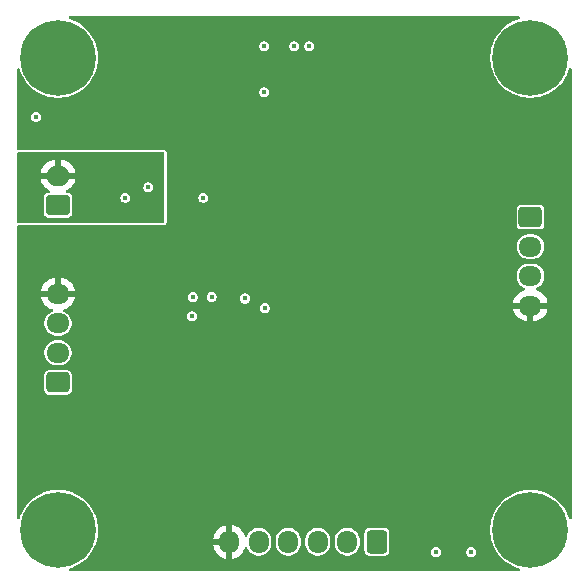
<source format=gbr>
%TF.GenerationSoftware,KiCad,Pcbnew,9.0.7*%
%TF.CreationDate,2026-02-11T09:42:11+01:00*%
%TF.ProjectId,3DN_td_kicad,33444e5f-7464-45f6-9b69-6361642e6b69,1.0*%
%TF.SameCoordinates,Original*%
%TF.FileFunction,Copper,L3,Inr*%
%TF.FilePolarity,Positive*%
%FSLAX46Y46*%
G04 Gerber Fmt 4.6, Leading zero omitted, Abs format (unit mm)*
G04 Created by KiCad (PCBNEW 9.0.7) date 2026-02-11 09:42:11*
%MOMM*%
%LPD*%
G01*
G04 APERTURE LIST*
G04 Aperture macros list*
%AMRoundRect*
0 Rectangle with rounded corners*
0 $1 Rounding radius*
0 $2 $3 $4 $5 $6 $7 $8 $9 X,Y pos of 4 corners*
0 Add a 4 corners polygon primitive as box body*
4,1,4,$2,$3,$4,$5,$6,$7,$8,$9,$2,$3,0*
0 Add four circle primitives for the rounded corners*
1,1,$1+$1,$2,$3*
1,1,$1+$1,$4,$5*
1,1,$1+$1,$6,$7*
1,1,$1+$1,$8,$9*
0 Add four rect primitives between the rounded corners*
20,1,$1+$1,$2,$3,$4,$5,0*
20,1,$1+$1,$4,$5,$6,$7,0*
20,1,$1+$1,$6,$7,$8,$9,0*
20,1,$1+$1,$8,$9,$2,$3,0*%
G04 Aperture macros list end*
%TA.AperFunction,ComponentPad*%
%ADD10RoundRect,0.250000X0.750000X-0.600000X0.750000X0.600000X-0.750000X0.600000X-0.750000X-0.600000X0*%
%TD*%
%TA.AperFunction,ComponentPad*%
%ADD11O,2.000000X1.700000*%
%TD*%
%TA.AperFunction,ComponentPad*%
%ADD12RoundRect,0.250000X-0.725000X0.600000X-0.725000X-0.600000X0.725000X-0.600000X0.725000X0.600000X0*%
%TD*%
%TA.AperFunction,ComponentPad*%
%ADD13O,1.950000X1.700000*%
%TD*%
%TA.AperFunction,ComponentPad*%
%ADD14RoundRect,0.250000X0.600000X0.725000X-0.600000X0.725000X-0.600000X-0.725000X0.600000X-0.725000X0*%
%TD*%
%TA.AperFunction,ComponentPad*%
%ADD15O,1.700000X1.950000*%
%TD*%
%TA.AperFunction,ComponentPad*%
%ADD16RoundRect,0.250000X0.725000X-0.600000X0.725000X0.600000X-0.725000X0.600000X-0.725000X-0.600000X0*%
%TD*%
%TA.AperFunction,ComponentPad*%
%ADD17C,0.800000*%
%TD*%
%TA.AperFunction,ComponentPad*%
%ADD18C,6.400000*%
%TD*%
%TA.AperFunction,ViaPad*%
%ADD19C,0.450000*%
%TD*%
G04 APERTURE END LIST*
D10*
%TO.N,GND*%
%TO.C,J5*%
X100000000Y-112500000D03*
D11*
%TO.N,+5V*%
X100000000Y-110000000D03*
%TD*%
D12*
%TO.N,GND*%
%TO.C,J4*%
X140000000Y-113500000D03*
D13*
%TO.N,/I2C2_SDA*%
X140000000Y-116000000D03*
%TO.N,/I2C2_SCL*%
X140000000Y-118500000D03*
%TO.N,+3.3V*%
X140000000Y-121000000D03*
%TD*%
D14*
%TO.N,GND*%
%TO.C,J3*%
X127000000Y-141000000D03*
D15*
%TO.N,/SPI1_MOSI*%
X124500000Y-141000000D03*
%TO.N,/SPI1_MISO*%
X122000000Y-141000000D03*
%TO.N,/SPI1_SCK*%
X119500000Y-141000000D03*
%TO.N,/SPI1_NSS*%
X117000000Y-141000000D03*
%TO.N,+3.3V*%
X114500000Y-141000000D03*
%TD*%
D16*
%TO.N,GND*%
%TO.C,J2*%
X100000000Y-127500000D03*
D13*
%TO.N,/ADC_IN1*%
X100000000Y-125000000D03*
%TO.N,/ADC_IN0*%
X100000000Y-122500000D03*
%TO.N,+3.3V*%
X100000000Y-120000000D03*
%TD*%
D17*
%TO.N,GND*%
%TO.C,H4*%
X137600000Y-140000000D03*
X138302944Y-138302944D03*
X138302944Y-141697056D03*
X140000000Y-137600000D03*
D18*
X140000000Y-140000000D03*
D17*
X140000000Y-142400000D03*
X141697056Y-138302944D03*
X141697056Y-141697056D03*
X142400000Y-140000000D03*
%TD*%
%TO.N,GND*%
%TO.C,H3*%
X97600000Y-140000000D03*
X98302944Y-138302944D03*
X98302944Y-141697056D03*
X100000000Y-137600000D03*
D18*
X100000000Y-140000000D03*
D17*
X100000000Y-142400000D03*
X101697056Y-138302944D03*
X101697056Y-141697056D03*
X102400000Y-140000000D03*
%TD*%
%TO.N,GND*%
%TO.C,H2*%
X137600000Y-100000000D03*
X138302944Y-98302944D03*
X138302944Y-101697056D03*
X140000000Y-97600000D03*
D18*
X140000000Y-100000000D03*
D17*
X140000000Y-102400000D03*
X141697056Y-98302944D03*
X141697056Y-101697056D03*
X142400000Y-100000000D03*
%TD*%
%TO.N,GND*%
%TO.C,H1*%
X97600000Y-100000000D03*
X98302944Y-98302944D03*
X98302944Y-101697056D03*
X100000000Y-97600000D03*
D18*
X100000000Y-100000000D03*
D17*
X100000000Y-102400000D03*
X101697056Y-98302944D03*
X101697056Y-101697056D03*
X102400000Y-100000000D03*
%TD*%
D19*
%TO.N,/nRST*%
X117460000Y-102950000D03*
X117500000Y-121200000D03*
%TO.N,GND*%
X135000000Y-141875000D03*
X132000000Y-141875000D03*
X111337500Y-121900000D03*
X113000000Y-120262500D03*
X111400000Y-120262500D03*
%TO.N,+3.3V*%
X111400000Y-118537500D03*
X113000000Y-118537500D03*
%TO.N,GND*%
X115825000Y-120400000D03*
%TO.N,+3.3V*%
X115825000Y-119600000D03*
X131000000Y-114187500D03*
X131000000Y-120312500D03*
X122540000Y-99050000D03*
%TO.N,GND*%
X117460000Y-99050000D03*
X121270000Y-99050000D03*
X120000000Y-99050000D03*
X98125000Y-105000000D03*
%TO.N,+3.3V*%
X103912500Y-105000000D03*
%TO.N,GND*%
X112300000Y-111862500D03*
%TO.N,+3.3V*%
X112300000Y-110137500D03*
X110350000Y-110050000D03*
%TO.N,+5V*%
X105700000Y-110137500D03*
%TO.N,GND*%
X105700000Y-111862500D03*
X107650000Y-111000000D03*
%TO.N,+5V*%
X107650000Y-111950000D03*
X107650000Y-110050000D03*
%TD*%
%TA.AperFunction,Conductor*%
%TO.N,+3.3V*%
G36*
X139053042Y-96520185D02*
G01*
X139098797Y-96572989D01*
X139108741Y-96642147D01*
X139079716Y-96705703D01*
X139021999Y-96743160D01*
X138952049Y-96764378D01*
X138853022Y-96794418D01*
X138544343Y-96922278D01*
X138544338Y-96922280D01*
X138249696Y-97079769D01*
X138249678Y-97079780D01*
X137971890Y-97265393D01*
X137971876Y-97265403D01*
X137713604Y-97477361D01*
X137477361Y-97713604D01*
X137265403Y-97971876D01*
X137265393Y-97971890D01*
X137079780Y-98249678D01*
X137079769Y-98249696D01*
X136922280Y-98544338D01*
X136922278Y-98544343D01*
X136794418Y-98853022D01*
X136697428Y-99172758D01*
X136697425Y-99172769D01*
X136632250Y-99500434D01*
X136632247Y-99500451D01*
X136599500Y-99832947D01*
X136599500Y-100167052D01*
X136632247Y-100499548D01*
X136632250Y-100499565D01*
X136697425Y-100827230D01*
X136697428Y-100827241D01*
X136794418Y-101146977D01*
X136922278Y-101455656D01*
X136922280Y-101455661D01*
X137079769Y-101750303D01*
X137079780Y-101750321D01*
X137265393Y-102028109D01*
X137265403Y-102028123D01*
X137477361Y-102286395D01*
X137713604Y-102522638D01*
X137713609Y-102522642D01*
X137713610Y-102522643D01*
X137971882Y-102734601D01*
X138249685Y-102920224D01*
X138249694Y-102920229D01*
X138249696Y-102920230D01*
X138544338Y-103077719D01*
X138544340Y-103077719D01*
X138544346Y-103077723D01*
X138853024Y-103205582D01*
X139172749Y-103302569D01*
X139172755Y-103302570D01*
X139172758Y-103302571D01*
X139172769Y-103302574D01*
X139378243Y-103343444D01*
X139500441Y-103367751D01*
X139832944Y-103400500D01*
X139832947Y-103400500D01*
X140167053Y-103400500D01*
X140167056Y-103400500D01*
X140499559Y-103367751D01*
X140661757Y-103335487D01*
X140827230Y-103302574D01*
X140827241Y-103302571D01*
X140827241Y-103302570D01*
X140827251Y-103302569D01*
X141146976Y-103205582D01*
X141455654Y-103077723D01*
X141750315Y-102920224D01*
X142028118Y-102734601D01*
X142286390Y-102522643D01*
X142522643Y-102286390D01*
X142734601Y-102028118D01*
X142920224Y-101750315D01*
X143077723Y-101455654D01*
X143205582Y-101146976D01*
X143256840Y-100977998D01*
X143295137Y-100919562D01*
X143358949Y-100891106D01*
X143428016Y-100901666D01*
X143480409Y-100947890D01*
X143499500Y-101013996D01*
X143499500Y-138986003D01*
X143479815Y-139053042D01*
X143427011Y-139098797D01*
X143357853Y-139108741D01*
X143294297Y-139079716D01*
X143256839Y-139021998D01*
X143245920Y-138986003D01*
X143205582Y-138853024D01*
X143077723Y-138544346D01*
X142920224Y-138249685D01*
X142734601Y-137971882D01*
X142522643Y-137713610D01*
X142522642Y-137713609D01*
X142522638Y-137713604D01*
X142286395Y-137477361D01*
X142028123Y-137265403D01*
X142028122Y-137265402D01*
X142028118Y-137265399D01*
X141750315Y-137079776D01*
X141750310Y-137079773D01*
X141750303Y-137079769D01*
X141455661Y-136922280D01*
X141455656Y-136922278D01*
X141146977Y-136794418D01*
X140827241Y-136697428D01*
X140827230Y-136697425D01*
X140499565Y-136632250D01*
X140499548Y-136632247D01*
X140248108Y-136607483D01*
X140167056Y-136599500D01*
X139832944Y-136599500D01*
X139757982Y-136606883D01*
X139500451Y-136632247D01*
X139500434Y-136632250D01*
X139172769Y-136697425D01*
X139172758Y-136697428D01*
X138853022Y-136794418D01*
X138544343Y-136922278D01*
X138544338Y-136922280D01*
X138249696Y-137079769D01*
X138249678Y-137079780D01*
X137971890Y-137265393D01*
X137971876Y-137265403D01*
X137713604Y-137477361D01*
X137477361Y-137713604D01*
X137265403Y-137971876D01*
X137265393Y-137971890D01*
X137079780Y-138249678D01*
X137079769Y-138249696D01*
X136922280Y-138544338D01*
X136922278Y-138544343D01*
X136794418Y-138853022D01*
X136697428Y-139172758D01*
X136697425Y-139172769D01*
X136632250Y-139500434D01*
X136632247Y-139500451D01*
X136610587Y-139720379D01*
X136599500Y-139832944D01*
X136599500Y-140167056D01*
X136604787Y-140220734D01*
X136632247Y-140499548D01*
X136632250Y-140499565D01*
X136697425Y-140827230D01*
X136697428Y-140827241D01*
X136794418Y-141146977D01*
X136922278Y-141455656D01*
X136922280Y-141455661D01*
X137079769Y-141750303D01*
X137079780Y-141750321D01*
X137265393Y-142028109D01*
X137265403Y-142028123D01*
X137477361Y-142286395D01*
X137713604Y-142522638D01*
X137713609Y-142522642D01*
X137713610Y-142522643D01*
X137971882Y-142734601D01*
X138249685Y-142920224D01*
X138249694Y-142920229D01*
X138249696Y-142920230D01*
X138544338Y-143077719D01*
X138544340Y-143077719D01*
X138544346Y-143077723D01*
X138853024Y-143205582D01*
X139021999Y-143256839D01*
X139080437Y-143295137D01*
X139108893Y-143358949D01*
X139098333Y-143428016D01*
X139052109Y-143480409D01*
X138986003Y-143499500D01*
X101013997Y-143499500D01*
X100946958Y-143479815D01*
X100901203Y-143427011D01*
X100891259Y-143357853D01*
X100920284Y-143294297D01*
X100978000Y-143256839D01*
X101146976Y-143205582D01*
X101455654Y-143077723D01*
X101750315Y-142920224D01*
X102028118Y-142734601D01*
X102286390Y-142522643D01*
X102522643Y-142286390D01*
X102734601Y-142028118D01*
X102920224Y-141750315D01*
X103077723Y-141455654D01*
X103205582Y-141146976D01*
X103302569Y-140827251D01*
X103302573Y-140827233D01*
X103315376Y-140762871D01*
X103315376Y-140762870D01*
X103317936Y-140750000D01*
X113152970Y-140750000D01*
X114095854Y-140750000D01*
X114057370Y-140816657D01*
X114025000Y-140937465D01*
X114025000Y-141062535D01*
X114057370Y-141183343D01*
X114095854Y-141250000D01*
X113152970Y-141250000D01*
X113183242Y-141441127D01*
X113183242Y-141441130D01*
X113248904Y-141643217D01*
X113345379Y-141832557D01*
X113470272Y-142004459D01*
X113470276Y-142004464D01*
X113620535Y-142154723D01*
X113620540Y-142154727D01*
X113792442Y-142279620D01*
X113981782Y-142376095D01*
X114183871Y-142441757D01*
X114250000Y-142452231D01*
X114250000Y-141404145D01*
X114316657Y-141442630D01*
X114437465Y-141475000D01*
X114562535Y-141475000D01*
X114683343Y-141442630D01*
X114750000Y-141404145D01*
X114750000Y-142452230D01*
X114816126Y-142441757D01*
X114816129Y-142441757D01*
X115018217Y-142376095D01*
X115207557Y-142279620D01*
X115379459Y-142154727D01*
X115379464Y-142154723D01*
X115529723Y-142004464D01*
X115529727Y-142004459D01*
X115654620Y-141832557D01*
X115751095Y-141643217D01*
X115790759Y-141521144D01*
X115830196Y-141463469D01*
X115894555Y-141436270D01*
X115963401Y-141448184D01*
X116014877Y-141495428D01*
X116023251Y-141512009D01*
X116069057Y-141622596D01*
X116184024Y-141794657D01*
X116330342Y-141940975D01*
X116330345Y-141940977D01*
X116502402Y-142055941D01*
X116693580Y-142135130D01*
X116882187Y-142172646D01*
X116896530Y-142175499D01*
X116896534Y-142175500D01*
X116896535Y-142175500D01*
X117103466Y-142175500D01*
X117103467Y-142175499D01*
X117306420Y-142135130D01*
X117497598Y-142055941D01*
X117669655Y-141940977D01*
X117815977Y-141794655D01*
X117930941Y-141622598D01*
X118010130Y-141431420D01*
X118050500Y-141228465D01*
X118050500Y-140771535D01*
X118050499Y-140771530D01*
X118449500Y-140771530D01*
X118449500Y-141228469D01*
X118489868Y-141431412D01*
X118489870Y-141431420D01*
X118565388Y-141613737D01*
X118569059Y-141622598D01*
X118626541Y-141708626D01*
X118684024Y-141794657D01*
X118830342Y-141940975D01*
X118830345Y-141940977D01*
X119002402Y-142055941D01*
X119193580Y-142135130D01*
X119382187Y-142172646D01*
X119396530Y-142175499D01*
X119396534Y-142175500D01*
X119396535Y-142175500D01*
X119603466Y-142175500D01*
X119603467Y-142175499D01*
X119806420Y-142135130D01*
X119997598Y-142055941D01*
X120169655Y-141940977D01*
X120315977Y-141794655D01*
X120430941Y-141622598D01*
X120510130Y-141431420D01*
X120550500Y-141228465D01*
X120550500Y-140771535D01*
X120550499Y-140771530D01*
X120949500Y-140771530D01*
X120949500Y-141228469D01*
X120989868Y-141431412D01*
X120989870Y-141431420D01*
X121065388Y-141613737D01*
X121069059Y-141622598D01*
X121126541Y-141708626D01*
X121184024Y-141794657D01*
X121330342Y-141940975D01*
X121330345Y-141940977D01*
X121502402Y-142055941D01*
X121693580Y-142135130D01*
X121882187Y-142172646D01*
X121896530Y-142175499D01*
X121896534Y-142175500D01*
X121896535Y-142175500D01*
X122103466Y-142175500D01*
X122103467Y-142175499D01*
X122306420Y-142135130D01*
X122497598Y-142055941D01*
X122669655Y-141940977D01*
X122815977Y-141794655D01*
X122930941Y-141622598D01*
X123010130Y-141431420D01*
X123050500Y-141228465D01*
X123050500Y-140771535D01*
X123050499Y-140771530D01*
X123449500Y-140771530D01*
X123449500Y-141228469D01*
X123489868Y-141431412D01*
X123489870Y-141431420D01*
X123565388Y-141613737D01*
X123569059Y-141622598D01*
X123626541Y-141708626D01*
X123684024Y-141794657D01*
X123830342Y-141940975D01*
X123830345Y-141940977D01*
X124002402Y-142055941D01*
X124193580Y-142135130D01*
X124382187Y-142172646D01*
X124396530Y-142175499D01*
X124396534Y-142175500D01*
X124396535Y-142175500D01*
X124603466Y-142175500D01*
X124603467Y-142175499D01*
X124806420Y-142135130D01*
X124997598Y-142055941D01*
X125169655Y-141940977D01*
X125315977Y-141794655D01*
X125430941Y-141622598D01*
X125510130Y-141431420D01*
X125550500Y-141228465D01*
X125550500Y-140771535D01*
X125510130Y-140568580D01*
X125430941Y-140377402D01*
X125370353Y-140286725D01*
X125370352Y-140286722D01*
X125326257Y-140220730D01*
X125949500Y-140220730D01*
X125949500Y-141779269D01*
X125952353Y-141809699D01*
X125952353Y-141809701D01*
X125994805Y-141931018D01*
X125997207Y-141937882D01*
X126077850Y-142047150D01*
X126187118Y-142127793D01*
X126208089Y-142135131D01*
X126315299Y-142172646D01*
X126345730Y-142175500D01*
X126345734Y-142175500D01*
X127654270Y-142175500D01*
X127684699Y-142172646D01*
X127684701Y-142172646D01*
X127748790Y-142150219D01*
X127812882Y-142127793D01*
X127922150Y-142047150D01*
X128002793Y-141937882D01*
X128039648Y-141832557D01*
X128044398Y-141818982D01*
X131574500Y-141818982D01*
X131574500Y-141931018D01*
X131600516Y-142028109D01*
X131603497Y-142039236D01*
X131603498Y-142039239D01*
X131613141Y-142055941D01*
X131659515Y-142136263D01*
X131738737Y-142215485D01*
X131835763Y-142271503D01*
X131943982Y-142300500D01*
X131943984Y-142300500D01*
X132056016Y-142300500D01*
X132056018Y-142300500D01*
X132164237Y-142271503D01*
X132261263Y-142215485D01*
X132340485Y-142136263D01*
X132396503Y-142039237D01*
X132425500Y-141931018D01*
X132425500Y-141818982D01*
X134574500Y-141818982D01*
X134574500Y-141931018D01*
X134600516Y-142028109D01*
X134603497Y-142039236D01*
X134603498Y-142039239D01*
X134613141Y-142055941D01*
X134659515Y-142136263D01*
X134738737Y-142215485D01*
X134835763Y-142271503D01*
X134943982Y-142300500D01*
X134943984Y-142300500D01*
X135056016Y-142300500D01*
X135056018Y-142300500D01*
X135164237Y-142271503D01*
X135261263Y-142215485D01*
X135340485Y-142136263D01*
X135396503Y-142039237D01*
X135425500Y-141931018D01*
X135425500Y-141818982D01*
X135396503Y-141710763D01*
X135340485Y-141613737D01*
X135261263Y-141534515D01*
X135164237Y-141478497D01*
X135056018Y-141449500D01*
X134943982Y-141449500D01*
X134835763Y-141478497D01*
X134835760Y-141478498D01*
X134738740Y-141534513D01*
X134738734Y-141534517D01*
X134659517Y-141613734D01*
X134659513Y-141613740D01*
X134603498Y-141710760D01*
X134603497Y-141710763D01*
X134574500Y-141818982D01*
X132425500Y-141818982D01*
X132396503Y-141710763D01*
X132340485Y-141613737D01*
X132261263Y-141534515D01*
X132164237Y-141478497D01*
X132056018Y-141449500D01*
X131943982Y-141449500D01*
X131835763Y-141478497D01*
X131835760Y-141478498D01*
X131738740Y-141534513D01*
X131738734Y-141534517D01*
X131659517Y-141613734D01*
X131659513Y-141613740D01*
X131603498Y-141710760D01*
X131603497Y-141710763D01*
X131574500Y-141818982D01*
X128044398Y-141818982D01*
X128047646Y-141809701D01*
X128047646Y-141809699D01*
X128048624Y-141799276D01*
X128048624Y-141799275D01*
X128050500Y-141779271D01*
X128050500Y-140220730D01*
X128047646Y-140190300D01*
X128047646Y-140190298D01*
X128002793Y-140062119D01*
X128002792Y-140062117D01*
X127922150Y-139952850D01*
X127812882Y-139872207D01*
X127812880Y-139872206D01*
X127684700Y-139827353D01*
X127654270Y-139824500D01*
X127654266Y-139824500D01*
X126345734Y-139824500D01*
X126345730Y-139824500D01*
X126315300Y-139827353D01*
X126315298Y-139827353D01*
X126187119Y-139872206D01*
X126187117Y-139872207D01*
X126077850Y-139952850D01*
X125997207Y-140062117D01*
X125997206Y-140062119D01*
X125952353Y-140190298D01*
X125952353Y-140190300D01*
X125949500Y-140220730D01*
X125326257Y-140220730D01*
X125315980Y-140205349D01*
X125315974Y-140205341D01*
X125169657Y-140059024D01*
X125074638Y-139995535D01*
X124997598Y-139944059D01*
X124973574Y-139934108D01*
X124806420Y-139864870D01*
X124806412Y-139864868D01*
X124603469Y-139824500D01*
X124603465Y-139824500D01*
X124396535Y-139824500D01*
X124396530Y-139824500D01*
X124193587Y-139864868D01*
X124193579Y-139864870D01*
X124002403Y-139944058D01*
X123830342Y-140059024D01*
X123684024Y-140205342D01*
X123569058Y-140377403D01*
X123489870Y-140568579D01*
X123489868Y-140568587D01*
X123449500Y-140771530D01*
X123050499Y-140771530D01*
X123010130Y-140568580D01*
X122930941Y-140377402D01*
X122815977Y-140205345D01*
X122815975Y-140205342D01*
X122669657Y-140059024D01*
X122574638Y-139995535D01*
X122497598Y-139944059D01*
X122473574Y-139934108D01*
X122306420Y-139864870D01*
X122306412Y-139864868D01*
X122103469Y-139824500D01*
X122103465Y-139824500D01*
X121896535Y-139824500D01*
X121896530Y-139824500D01*
X121693587Y-139864868D01*
X121693579Y-139864870D01*
X121502403Y-139944058D01*
X121330342Y-140059024D01*
X121184024Y-140205342D01*
X121069058Y-140377403D01*
X120989870Y-140568579D01*
X120989868Y-140568587D01*
X120949500Y-140771530D01*
X120550499Y-140771530D01*
X120510130Y-140568580D01*
X120430941Y-140377402D01*
X120315977Y-140205345D01*
X120315975Y-140205342D01*
X120169657Y-140059024D01*
X120074638Y-139995535D01*
X119997598Y-139944059D01*
X119973574Y-139934108D01*
X119806420Y-139864870D01*
X119806412Y-139864868D01*
X119603469Y-139824500D01*
X119603465Y-139824500D01*
X119396535Y-139824500D01*
X119396530Y-139824500D01*
X119193587Y-139864868D01*
X119193579Y-139864870D01*
X119002403Y-139944058D01*
X118830342Y-140059024D01*
X118684024Y-140205342D01*
X118569058Y-140377403D01*
X118489870Y-140568579D01*
X118489868Y-140568587D01*
X118449500Y-140771530D01*
X118050499Y-140771530D01*
X118010130Y-140568580D01*
X117930941Y-140377402D01*
X117815977Y-140205345D01*
X117815975Y-140205342D01*
X117669657Y-140059024D01*
X117574638Y-139995535D01*
X117497598Y-139944059D01*
X117473574Y-139934108D01*
X117306420Y-139864870D01*
X117306412Y-139864868D01*
X117103469Y-139824500D01*
X117103465Y-139824500D01*
X116896535Y-139824500D01*
X116896530Y-139824500D01*
X116693587Y-139864868D01*
X116693579Y-139864870D01*
X116502403Y-139944058D01*
X116330342Y-140059024D01*
X116184024Y-140205342D01*
X116069057Y-140377404D01*
X116023251Y-140487990D01*
X115979409Y-140542394D01*
X115913115Y-140564458D01*
X115845416Y-140547178D01*
X115797806Y-140496041D01*
X115790759Y-140478855D01*
X115751095Y-140356782D01*
X115654620Y-140167442D01*
X115529727Y-139995540D01*
X115529723Y-139995535D01*
X115379464Y-139845276D01*
X115379459Y-139845272D01*
X115207557Y-139720379D01*
X115018215Y-139623903D01*
X114816124Y-139558241D01*
X114750000Y-139547768D01*
X114750000Y-140595854D01*
X114683343Y-140557370D01*
X114562535Y-140525000D01*
X114437465Y-140525000D01*
X114316657Y-140557370D01*
X114250000Y-140595854D01*
X114250000Y-139547768D01*
X114249999Y-139547768D01*
X114183875Y-139558241D01*
X113981784Y-139623903D01*
X113792442Y-139720379D01*
X113620540Y-139845272D01*
X113620535Y-139845276D01*
X113470276Y-139995535D01*
X113470272Y-139995540D01*
X113345379Y-140167442D01*
X113248904Y-140356782D01*
X113183242Y-140558869D01*
X113183242Y-140558872D01*
X113152970Y-140750000D01*
X103317936Y-140750000D01*
X103354020Y-140568587D01*
X103367751Y-140499559D01*
X103400500Y-140167056D01*
X103400500Y-139832944D01*
X103367751Y-139500441D01*
X103343444Y-139378243D01*
X103302574Y-139172769D01*
X103302571Y-139172758D01*
X103302570Y-139172755D01*
X103302569Y-139172749D01*
X103205582Y-138853024D01*
X103077723Y-138544346D01*
X102920224Y-138249685D01*
X102734601Y-137971882D01*
X102522643Y-137713610D01*
X102522642Y-137713609D01*
X102522638Y-137713604D01*
X102286395Y-137477361D01*
X102028123Y-137265403D01*
X102028122Y-137265402D01*
X102028118Y-137265399D01*
X101750315Y-137079776D01*
X101750310Y-137079773D01*
X101750303Y-137079769D01*
X101455661Y-136922280D01*
X101455656Y-136922278D01*
X101146977Y-136794418D01*
X100827241Y-136697428D01*
X100827230Y-136697425D01*
X100499565Y-136632250D01*
X100499548Y-136632247D01*
X100248108Y-136607483D01*
X100167056Y-136599500D01*
X99832944Y-136599500D01*
X99757982Y-136606883D01*
X99500451Y-136632247D01*
X99500434Y-136632250D01*
X99172769Y-136697425D01*
X99172758Y-136697428D01*
X98853022Y-136794418D01*
X98544343Y-136922278D01*
X98544338Y-136922280D01*
X98249696Y-137079769D01*
X98249678Y-137079780D01*
X97971890Y-137265393D01*
X97971876Y-137265403D01*
X97713604Y-137477361D01*
X97477361Y-137713604D01*
X97265403Y-137971876D01*
X97265393Y-137971890D01*
X97079780Y-138249678D01*
X97079769Y-138249696D01*
X96922280Y-138544338D01*
X96922278Y-138544343D01*
X96794418Y-138853022D01*
X96764378Y-138952049D01*
X96754080Y-138986003D01*
X96743161Y-139021998D01*
X96704863Y-139080437D01*
X96641051Y-139108893D01*
X96571984Y-139098333D01*
X96519591Y-139052109D01*
X96500500Y-138986003D01*
X96500500Y-126845730D01*
X98824500Y-126845730D01*
X98824500Y-128154269D01*
X98827353Y-128184699D01*
X98827353Y-128184701D01*
X98872206Y-128312880D01*
X98872207Y-128312882D01*
X98952850Y-128422150D01*
X99062118Y-128502793D01*
X99104845Y-128517744D01*
X99190299Y-128547646D01*
X99220730Y-128550500D01*
X99220734Y-128550500D01*
X100779270Y-128550500D01*
X100809699Y-128547646D01*
X100809701Y-128547646D01*
X100873790Y-128525219D01*
X100937882Y-128502793D01*
X101047150Y-128422150D01*
X101127793Y-128312882D01*
X101150219Y-128248790D01*
X101172646Y-128184701D01*
X101172646Y-128184699D01*
X101175500Y-128154269D01*
X101175500Y-126845730D01*
X101172646Y-126815300D01*
X101172646Y-126815298D01*
X101127793Y-126687119D01*
X101127792Y-126687117D01*
X101047150Y-126577850D01*
X100937882Y-126497207D01*
X100937880Y-126497206D01*
X100809700Y-126452353D01*
X100779270Y-126449500D01*
X100779266Y-126449500D01*
X99220734Y-126449500D01*
X99220730Y-126449500D01*
X99190300Y-126452353D01*
X99190298Y-126452353D01*
X99062119Y-126497206D01*
X99062117Y-126497207D01*
X98952850Y-126577850D01*
X98872207Y-126687117D01*
X98872206Y-126687119D01*
X98827353Y-126815298D01*
X98827353Y-126815300D01*
X98824500Y-126845730D01*
X96500500Y-126845730D01*
X96500500Y-124896530D01*
X98824500Y-124896530D01*
X98824500Y-125103469D01*
X98864868Y-125306412D01*
X98864870Y-125306420D01*
X98944058Y-125497596D01*
X99059024Y-125669657D01*
X99205342Y-125815975D01*
X99205345Y-125815977D01*
X99377402Y-125930941D01*
X99568580Y-126010130D01*
X99771530Y-126050499D01*
X99771534Y-126050500D01*
X99771535Y-126050500D01*
X100228466Y-126050500D01*
X100228467Y-126050499D01*
X100431420Y-126010130D01*
X100622598Y-125930941D01*
X100794655Y-125815977D01*
X100940977Y-125669655D01*
X101055941Y-125497598D01*
X101135130Y-125306420D01*
X101175500Y-125103465D01*
X101175500Y-124896535D01*
X101135130Y-124693580D01*
X101055941Y-124502402D01*
X100940977Y-124330345D01*
X100940975Y-124330342D01*
X100794657Y-124184024D01*
X100708626Y-124126541D01*
X100622598Y-124069059D01*
X100431420Y-123989870D01*
X100431412Y-123989868D01*
X100228469Y-123949500D01*
X100228465Y-123949500D01*
X99771535Y-123949500D01*
X99771530Y-123949500D01*
X99568587Y-123989868D01*
X99568579Y-123989870D01*
X99377403Y-124069058D01*
X99205342Y-124184024D01*
X99059024Y-124330342D01*
X98944058Y-124502403D01*
X98864870Y-124693579D01*
X98864868Y-124693587D01*
X98824500Y-124896530D01*
X96500500Y-124896530D01*
X96500500Y-119750000D01*
X98547769Y-119750000D01*
X99595854Y-119750000D01*
X99557370Y-119816657D01*
X99525000Y-119937465D01*
X99525000Y-120062535D01*
X99557370Y-120183343D01*
X99595854Y-120250000D01*
X98547769Y-120250000D01*
X98558242Y-120316126D01*
X98558242Y-120316129D01*
X98623904Y-120518217D01*
X98720379Y-120707557D01*
X98845272Y-120879459D01*
X98845276Y-120879464D01*
X98995535Y-121029723D01*
X98995540Y-121029727D01*
X99167442Y-121154620D01*
X99356782Y-121251095D01*
X99478855Y-121290759D01*
X99536530Y-121330196D01*
X99563729Y-121394555D01*
X99551815Y-121463401D01*
X99504570Y-121514877D01*
X99487990Y-121523251D01*
X99377404Y-121569057D01*
X99205342Y-121684024D01*
X99059024Y-121830342D01*
X98944058Y-122002403D01*
X98864870Y-122193579D01*
X98864868Y-122193587D01*
X98824500Y-122396530D01*
X98824500Y-122603469D01*
X98864868Y-122806412D01*
X98864870Y-122806420D01*
X98944058Y-122997596D01*
X99059024Y-123169657D01*
X99205342Y-123315975D01*
X99205345Y-123315977D01*
X99377402Y-123430941D01*
X99568580Y-123510130D01*
X99771530Y-123550499D01*
X99771534Y-123550500D01*
X99771535Y-123550500D01*
X100228466Y-123550500D01*
X100228467Y-123550499D01*
X100431420Y-123510130D01*
X100622598Y-123430941D01*
X100794655Y-123315977D01*
X100940977Y-123169655D01*
X101055941Y-122997598D01*
X101135130Y-122806420D01*
X101175500Y-122603465D01*
X101175500Y-122396535D01*
X101135130Y-122193580D01*
X101055941Y-122002402D01*
X100950089Y-121843982D01*
X110912000Y-121843982D01*
X110912000Y-121956018D01*
X110940997Y-122064237D01*
X110997015Y-122161263D01*
X111076237Y-122240485D01*
X111173263Y-122296503D01*
X111281482Y-122325500D01*
X111281484Y-122325500D01*
X111393516Y-122325500D01*
X111393518Y-122325500D01*
X111501737Y-122296503D01*
X111598763Y-122240485D01*
X111677985Y-122161263D01*
X111734003Y-122064237D01*
X111763000Y-121956018D01*
X111763000Y-121843982D01*
X111734003Y-121735763D01*
X111677985Y-121638737D01*
X111598763Y-121559515D01*
X111501737Y-121503497D01*
X111393518Y-121474500D01*
X111281482Y-121474500D01*
X111173263Y-121503497D01*
X111173260Y-121503498D01*
X111076240Y-121559513D01*
X111076234Y-121559517D01*
X110997017Y-121638734D01*
X110997013Y-121638740D01*
X110940998Y-121735760D01*
X110940997Y-121735763D01*
X110912000Y-121843982D01*
X100950089Y-121843982D01*
X100940977Y-121830345D01*
X100940975Y-121830342D01*
X100794657Y-121684024D01*
X100622596Y-121569057D01*
X100512009Y-121523251D01*
X100457606Y-121479410D01*
X100435541Y-121413116D01*
X100452820Y-121345416D01*
X100503958Y-121297806D01*
X100521144Y-121290759D01*
X100643217Y-121251095D01*
X100832557Y-121154620D01*
X100847199Y-121143982D01*
X117074500Y-121143982D01*
X117074500Y-121256018D01*
X117103497Y-121364237D01*
X117159515Y-121461263D01*
X117238737Y-121540485D01*
X117335763Y-121596503D01*
X117443982Y-121625500D01*
X117443984Y-121625500D01*
X117556016Y-121625500D01*
X117556018Y-121625500D01*
X117664237Y-121596503D01*
X117761263Y-121540485D01*
X117840485Y-121461263D01*
X117896503Y-121364237D01*
X117925500Y-121256018D01*
X117925500Y-121143982D01*
X117896503Y-121035763D01*
X117840485Y-120938737D01*
X117761263Y-120859515D01*
X117664237Y-120803497D01*
X117556018Y-120774500D01*
X117443982Y-120774500D01*
X117335763Y-120803497D01*
X117335760Y-120803498D01*
X117238740Y-120859513D01*
X117238734Y-120859517D01*
X117159517Y-120938734D01*
X117159513Y-120938740D01*
X117103498Y-121035760D01*
X117103497Y-121035763D01*
X117074500Y-121143982D01*
X100847199Y-121143982D01*
X100996464Y-121035537D01*
X100996464Y-121035536D01*
X101004457Y-121029729D01*
X101004464Y-121029723D01*
X101154723Y-120879464D01*
X101154727Y-120879459D01*
X101279620Y-120707557D01*
X101376095Y-120518217D01*
X101441757Y-120316129D01*
X101441757Y-120316126D01*
X101452231Y-120250000D01*
X100404146Y-120250000D01*
X100429271Y-120206482D01*
X110974500Y-120206482D01*
X110974500Y-120318518D01*
X111003497Y-120426737D01*
X111059515Y-120523763D01*
X111138737Y-120602985D01*
X111235763Y-120659003D01*
X111343982Y-120688000D01*
X111343984Y-120688000D01*
X111456016Y-120688000D01*
X111456018Y-120688000D01*
X111564237Y-120659003D01*
X111661263Y-120602985D01*
X111740485Y-120523763D01*
X111796503Y-120426737D01*
X111825500Y-120318518D01*
X111825500Y-120206482D01*
X112574500Y-120206482D01*
X112574500Y-120318518D01*
X112603497Y-120426737D01*
X112659515Y-120523763D01*
X112738737Y-120602985D01*
X112835763Y-120659003D01*
X112943982Y-120688000D01*
X112943984Y-120688000D01*
X113056016Y-120688000D01*
X113056018Y-120688000D01*
X113164237Y-120659003D01*
X113261263Y-120602985D01*
X113340485Y-120523763D01*
X113396503Y-120426737D01*
X113418677Y-120343982D01*
X115399500Y-120343982D01*
X115399500Y-120456018D01*
X115428497Y-120564237D01*
X115484515Y-120661263D01*
X115563737Y-120740485D01*
X115660763Y-120796503D01*
X115768982Y-120825500D01*
X115768984Y-120825500D01*
X115881016Y-120825500D01*
X115881018Y-120825500D01*
X115989237Y-120796503D01*
X116069783Y-120750000D01*
X138547769Y-120750000D01*
X139595854Y-120750000D01*
X139557370Y-120816657D01*
X139525000Y-120937465D01*
X139525000Y-121062535D01*
X139557370Y-121183343D01*
X139595854Y-121250000D01*
X138547769Y-121250000D01*
X138558242Y-121316126D01*
X138558242Y-121316129D01*
X138623904Y-121518217D01*
X138720379Y-121707557D01*
X138845272Y-121879459D01*
X138845276Y-121879464D01*
X138995535Y-122029723D01*
X138995540Y-122029727D01*
X139167442Y-122154620D01*
X139356782Y-122251095D01*
X139558872Y-122316757D01*
X139750000Y-122347029D01*
X139750000Y-121404145D01*
X139816657Y-121442630D01*
X139937465Y-121475000D01*
X140062535Y-121475000D01*
X140183343Y-121442630D01*
X140250000Y-121404145D01*
X140250000Y-122347028D01*
X140441127Y-122316757D01*
X140643217Y-122251095D01*
X140832557Y-122154620D01*
X141004459Y-122029727D01*
X141004464Y-122029723D01*
X141154723Y-121879464D01*
X141154727Y-121879459D01*
X141279620Y-121707557D01*
X141376095Y-121518217D01*
X141441757Y-121316129D01*
X141441757Y-121316126D01*
X141452231Y-121250000D01*
X140404146Y-121250000D01*
X140442630Y-121183343D01*
X140475000Y-121062535D01*
X140475000Y-120937465D01*
X140442630Y-120816657D01*
X140404146Y-120750000D01*
X141452231Y-120750000D01*
X141441757Y-120683873D01*
X141441757Y-120683870D01*
X141376095Y-120481782D01*
X141279620Y-120292442D01*
X141154727Y-120120540D01*
X141154723Y-120120535D01*
X141004464Y-119970276D01*
X141004459Y-119970272D01*
X140832557Y-119845379D01*
X140643216Y-119748904D01*
X140521144Y-119709240D01*
X140463468Y-119669802D01*
X140436270Y-119605444D01*
X140448185Y-119536597D01*
X140495429Y-119485122D01*
X140512006Y-119476749D01*
X140622598Y-119430941D01*
X140794655Y-119315977D01*
X140940977Y-119169655D01*
X141055941Y-118997598D01*
X141135130Y-118806420D01*
X141175500Y-118603465D01*
X141175500Y-118396535D01*
X141135130Y-118193580D01*
X141055941Y-118002402D01*
X140940977Y-117830345D01*
X140940975Y-117830342D01*
X140794657Y-117684024D01*
X140708626Y-117626541D01*
X140622598Y-117569059D01*
X140431420Y-117489870D01*
X140431412Y-117489868D01*
X140228469Y-117449500D01*
X140228465Y-117449500D01*
X139771535Y-117449500D01*
X139771530Y-117449500D01*
X139568587Y-117489868D01*
X139568579Y-117489870D01*
X139377403Y-117569058D01*
X139205342Y-117684024D01*
X139059024Y-117830342D01*
X138944058Y-118002403D01*
X138864870Y-118193579D01*
X138864868Y-118193587D01*
X138824500Y-118396530D01*
X138824500Y-118603469D01*
X138864868Y-118806412D01*
X138864870Y-118806420D01*
X138944058Y-118997596D01*
X139059024Y-119169657D01*
X139205342Y-119315975D01*
X139205345Y-119315977D01*
X139377402Y-119430941D01*
X139487990Y-119476748D01*
X139542393Y-119520589D01*
X139564458Y-119586883D01*
X139547179Y-119654582D01*
X139496042Y-119702193D01*
X139478856Y-119709240D01*
X139356781Y-119748905D01*
X139167442Y-119845379D01*
X138995540Y-119970272D01*
X138995535Y-119970276D01*
X138845276Y-120120535D01*
X138845272Y-120120540D01*
X138720379Y-120292442D01*
X138623904Y-120481782D01*
X138558242Y-120683870D01*
X138558242Y-120683873D01*
X138547769Y-120750000D01*
X116069783Y-120750000D01*
X116086263Y-120740485D01*
X116165485Y-120661263D01*
X116221503Y-120564237D01*
X116250500Y-120456018D01*
X116250500Y-120343982D01*
X116221503Y-120235763D01*
X116165485Y-120138737D01*
X116086263Y-120059515D01*
X115989237Y-120003497D01*
X115881018Y-119974500D01*
X115768982Y-119974500D01*
X115660763Y-120003497D01*
X115660760Y-120003498D01*
X115563740Y-120059513D01*
X115563734Y-120059517D01*
X115484517Y-120138734D01*
X115484513Y-120138740D01*
X115428498Y-120235760D01*
X115428497Y-120235763D01*
X115399500Y-120343982D01*
X113418677Y-120343982D01*
X113425500Y-120318518D01*
X113425500Y-120206482D01*
X113396503Y-120098263D01*
X113340485Y-120001237D01*
X113261263Y-119922015D01*
X113164237Y-119865997D01*
X113056018Y-119837000D01*
X112943982Y-119837000D01*
X112835763Y-119865997D01*
X112835760Y-119865998D01*
X112738740Y-119922013D01*
X112738734Y-119922017D01*
X112659517Y-120001234D01*
X112659513Y-120001240D01*
X112603498Y-120098260D01*
X112603497Y-120098263D01*
X112574500Y-120206482D01*
X111825500Y-120206482D01*
X111796503Y-120098263D01*
X111740485Y-120001237D01*
X111661263Y-119922015D01*
X111564237Y-119865997D01*
X111456018Y-119837000D01*
X111343982Y-119837000D01*
X111235763Y-119865997D01*
X111235760Y-119865998D01*
X111138740Y-119922013D01*
X111138734Y-119922017D01*
X111059517Y-120001234D01*
X111059513Y-120001240D01*
X111003498Y-120098260D01*
X111003497Y-120098263D01*
X110974500Y-120206482D01*
X100429271Y-120206482D01*
X100442630Y-120183343D01*
X100475000Y-120062535D01*
X100475000Y-119937465D01*
X100442630Y-119816657D01*
X100404146Y-119750000D01*
X101452231Y-119750000D01*
X101441757Y-119683873D01*
X101441757Y-119683870D01*
X101376095Y-119481782D01*
X101279620Y-119292442D01*
X101154727Y-119120540D01*
X101154723Y-119120535D01*
X101004464Y-118970276D01*
X101004459Y-118970272D01*
X100832557Y-118845379D01*
X100643217Y-118748904D01*
X100441128Y-118683242D01*
X100250000Y-118652969D01*
X100250000Y-119595854D01*
X100183343Y-119557370D01*
X100062535Y-119525000D01*
X99937465Y-119525000D01*
X99816657Y-119557370D01*
X99750000Y-119595854D01*
X99750000Y-118652969D01*
X99558872Y-118683242D01*
X99558869Y-118683242D01*
X99356782Y-118748904D01*
X99167442Y-118845379D01*
X98995540Y-118970272D01*
X98995535Y-118970276D01*
X98845276Y-119120535D01*
X98845272Y-119120540D01*
X98720379Y-119292442D01*
X98623904Y-119481782D01*
X98558242Y-119683870D01*
X98558242Y-119683873D01*
X98547769Y-119750000D01*
X96500500Y-119750000D01*
X96500500Y-115896530D01*
X138824500Y-115896530D01*
X138824500Y-116103469D01*
X138864868Y-116306412D01*
X138864870Y-116306420D01*
X138944058Y-116497596D01*
X139059024Y-116669657D01*
X139205342Y-116815975D01*
X139205345Y-116815977D01*
X139377402Y-116930941D01*
X139568580Y-117010130D01*
X139771530Y-117050499D01*
X139771534Y-117050500D01*
X139771535Y-117050500D01*
X140228466Y-117050500D01*
X140228467Y-117050499D01*
X140431420Y-117010130D01*
X140622598Y-116930941D01*
X140794655Y-116815977D01*
X140940977Y-116669655D01*
X141055941Y-116497598D01*
X141135130Y-116306420D01*
X141175500Y-116103465D01*
X141175500Y-115896535D01*
X141135130Y-115693580D01*
X141055941Y-115502402D01*
X140940977Y-115330345D01*
X140940975Y-115330342D01*
X140794657Y-115184024D01*
X140708626Y-115126541D01*
X140622598Y-115069059D01*
X140431420Y-114989870D01*
X140431412Y-114989868D01*
X140228469Y-114949500D01*
X140228465Y-114949500D01*
X139771535Y-114949500D01*
X139771530Y-114949500D01*
X139568587Y-114989868D01*
X139568579Y-114989870D01*
X139377403Y-115069058D01*
X139205342Y-115184024D01*
X139059024Y-115330342D01*
X138944058Y-115502403D01*
X138864870Y-115693579D01*
X138864868Y-115693587D01*
X138824500Y-115896530D01*
X96500500Y-115896530D01*
X96500500Y-114329500D01*
X96520185Y-114262461D01*
X96572989Y-114216706D01*
X96624500Y-114205500D01*
X108875991Y-114205500D01*
X108876000Y-114205500D01*
X108919684Y-114200803D01*
X108948875Y-114194452D01*
X108971174Y-114189602D01*
X108971190Y-114189598D01*
X108971195Y-114189597D01*
X108981373Y-114187110D01*
X109062085Y-114144100D01*
X109114889Y-114098345D01*
X109132843Y-114080754D01*
X109177490Y-114000937D01*
X109197175Y-113933898D01*
X109205500Y-113876000D01*
X109205500Y-112845730D01*
X138824500Y-112845730D01*
X138824500Y-114154269D01*
X138827353Y-114184699D01*
X138827353Y-114184701D01*
X138872206Y-114312880D01*
X138872207Y-114312882D01*
X138952850Y-114422150D01*
X139062118Y-114502793D01*
X139104845Y-114517744D01*
X139190299Y-114547646D01*
X139220730Y-114550500D01*
X139220734Y-114550500D01*
X140779270Y-114550500D01*
X140809699Y-114547646D01*
X140809701Y-114547646D01*
X140873790Y-114525219D01*
X140937882Y-114502793D01*
X141047150Y-114422150D01*
X141127793Y-114312882D01*
X141150219Y-114248790D01*
X141172646Y-114184701D01*
X141172646Y-114184699D01*
X141175500Y-114154269D01*
X141175500Y-112845730D01*
X141172646Y-112815300D01*
X141172646Y-112815298D01*
X141127793Y-112687119D01*
X141127792Y-112687117D01*
X141047150Y-112577850D01*
X140937882Y-112497207D01*
X140937880Y-112497206D01*
X140809700Y-112452353D01*
X140779270Y-112449500D01*
X140779266Y-112449500D01*
X139220734Y-112449500D01*
X139220730Y-112449500D01*
X139190300Y-112452353D01*
X139190298Y-112452353D01*
X139062119Y-112497206D01*
X139062117Y-112497207D01*
X138952850Y-112577850D01*
X138872207Y-112687117D01*
X138872206Y-112687119D01*
X138827353Y-112815298D01*
X138827353Y-112815300D01*
X138824500Y-112845730D01*
X109205500Y-112845730D01*
X109205500Y-111806482D01*
X111874500Y-111806482D01*
X111874500Y-111918518D01*
X111903497Y-112026737D01*
X111959515Y-112123763D01*
X112038737Y-112202985D01*
X112135763Y-112259003D01*
X112243982Y-112288000D01*
X112243984Y-112288000D01*
X112356016Y-112288000D01*
X112356018Y-112288000D01*
X112464237Y-112259003D01*
X112561263Y-112202985D01*
X112640485Y-112123763D01*
X112696503Y-112026737D01*
X112725500Y-111918518D01*
X112725500Y-111806482D01*
X112696503Y-111698263D01*
X112640485Y-111601237D01*
X112561263Y-111522015D01*
X112464237Y-111465997D01*
X112356018Y-111437000D01*
X112243982Y-111437000D01*
X112135763Y-111465997D01*
X112135760Y-111465998D01*
X112038740Y-111522013D01*
X112038734Y-111522017D01*
X111959517Y-111601234D01*
X111959513Y-111601240D01*
X111903498Y-111698260D01*
X111903497Y-111698263D01*
X111874500Y-111806482D01*
X109205500Y-111806482D01*
X109205500Y-108124000D01*
X109200803Y-108080316D01*
X109196897Y-108062364D01*
X109189602Y-108028825D01*
X109189348Y-108027789D01*
X109187110Y-108018627D01*
X109144100Y-107937915D01*
X109098345Y-107885111D01*
X109098339Y-107885104D01*
X109080757Y-107867160D01*
X109080756Y-107867159D01*
X109080754Y-107867157D01*
X109080752Y-107867156D01*
X109080750Y-107867154D01*
X109000940Y-107822511D01*
X109000935Y-107822509D01*
X108933903Y-107802826D01*
X108933899Y-107802825D01*
X108933898Y-107802825D01*
X108876000Y-107794500D01*
X96624500Y-107794500D01*
X96557461Y-107774815D01*
X96511706Y-107722011D01*
X96500500Y-107670500D01*
X96500500Y-104943982D01*
X97699500Y-104943982D01*
X97699500Y-105056018D01*
X97728497Y-105164237D01*
X97784515Y-105261263D01*
X97863737Y-105340485D01*
X97960763Y-105396503D01*
X98068982Y-105425500D01*
X98068984Y-105425500D01*
X98181016Y-105425500D01*
X98181018Y-105425500D01*
X98289237Y-105396503D01*
X98386263Y-105340485D01*
X98465485Y-105261263D01*
X98521503Y-105164237D01*
X98550500Y-105056018D01*
X98550500Y-104943982D01*
X98521503Y-104835763D01*
X98465485Y-104738737D01*
X98386263Y-104659515D01*
X98289237Y-104603497D01*
X98181018Y-104574500D01*
X98068982Y-104574500D01*
X97960763Y-104603497D01*
X97960760Y-104603498D01*
X97863740Y-104659513D01*
X97863734Y-104659517D01*
X97784517Y-104738734D01*
X97784513Y-104738740D01*
X97728498Y-104835760D01*
X97728497Y-104835763D01*
X97699500Y-104943982D01*
X96500500Y-104943982D01*
X96500500Y-101013996D01*
X96520185Y-100946957D01*
X96572989Y-100901202D01*
X96642147Y-100891258D01*
X96705703Y-100920283D01*
X96743159Y-100977998D01*
X96779398Y-101097463D01*
X96794418Y-101146977D01*
X96922278Y-101455656D01*
X96922280Y-101455661D01*
X97079769Y-101750303D01*
X97079780Y-101750321D01*
X97265393Y-102028109D01*
X97265403Y-102028123D01*
X97477361Y-102286395D01*
X97713604Y-102522638D01*
X97713609Y-102522642D01*
X97713610Y-102522643D01*
X97971882Y-102734601D01*
X98249685Y-102920224D01*
X98249694Y-102920229D01*
X98249696Y-102920230D01*
X98544338Y-103077719D01*
X98544340Y-103077719D01*
X98544346Y-103077723D01*
X98853024Y-103205582D01*
X99172749Y-103302569D01*
X99172755Y-103302570D01*
X99172758Y-103302571D01*
X99172769Y-103302574D01*
X99378243Y-103343444D01*
X99500441Y-103367751D01*
X99832944Y-103400500D01*
X99832947Y-103400500D01*
X100167053Y-103400500D01*
X100167056Y-103400500D01*
X100499559Y-103367751D01*
X100661757Y-103335487D01*
X100827230Y-103302574D01*
X100827241Y-103302571D01*
X100827241Y-103302570D01*
X100827251Y-103302569D01*
X101146976Y-103205582D01*
X101455654Y-103077723D01*
X101750315Y-102920224D01*
X101789589Y-102893982D01*
X117034500Y-102893982D01*
X117034500Y-103006018D01*
X117063497Y-103114237D01*
X117119515Y-103211263D01*
X117198737Y-103290485D01*
X117295763Y-103346503D01*
X117403982Y-103375500D01*
X117403984Y-103375500D01*
X117516016Y-103375500D01*
X117516018Y-103375500D01*
X117624237Y-103346503D01*
X117721263Y-103290485D01*
X117800485Y-103211263D01*
X117856503Y-103114237D01*
X117885500Y-103006018D01*
X117885500Y-102893982D01*
X117856503Y-102785763D01*
X117800485Y-102688737D01*
X117721263Y-102609515D01*
X117624237Y-102553497D01*
X117516018Y-102524500D01*
X117403982Y-102524500D01*
X117295763Y-102553497D01*
X117295760Y-102553498D01*
X117198740Y-102609513D01*
X117198734Y-102609517D01*
X117119517Y-102688734D01*
X117119513Y-102688740D01*
X117063498Y-102785760D01*
X117063497Y-102785763D01*
X117034500Y-102893982D01*
X101789589Y-102893982D01*
X102028118Y-102734601D01*
X102286390Y-102522643D01*
X102522643Y-102286390D01*
X102734601Y-102028118D01*
X102920224Y-101750315D01*
X103077723Y-101455654D01*
X103205582Y-101146976D01*
X103302569Y-100827251D01*
X103302571Y-100827241D01*
X103302574Y-100827230D01*
X103335487Y-100661757D01*
X103367751Y-100499559D01*
X103400500Y-100167056D01*
X103400500Y-99832944D01*
X103367751Y-99500441D01*
X103343444Y-99378243D01*
X103302574Y-99172769D01*
X103302571Y-99172758D01*
X103302570Y-99172755D01*
X103302569Y-99172749D01*
X103248341Y-98993982D01*
X117034500Y-98993982D01*
X117034500Y-99106018D01*
X117063497Y-99214237D01*
X117119515Y-99311263D01*
X117198737Y-99390485D01*
X117295763Y-99446503D01*
X117403982Y-99475500D01*
X117403984Y-99475500D01*
X117516016Y-99475500D01*
X117516018Y-99475500D01*
X117624237Y-99446503D01*
X117721263Y-99390485D01*
X117800485Y-99311263D01*
X117856503Y-99214237D01*
X117885500Y-99106018D01*
X117885500Y-98993982D01*
X119574500Y-98993982D01*
X119574500Y-99106018D01*
X119603497Y-99214237D01*
X119659515Y-99311263D01*
X119738737Y-99390485D01*
X119835763Y-99446503D01*
X119943982Y-99475500D01*
X119943984Y-99475500D01*
X120056016Y-99475500D01*
X120056018Y-99475500D01*
X120164237Y-99446503D01*
X120261263Y-99390485D01*
X120340485Y-99311263D01*
X120396503Y-99214237D01*
X120425500Y-99106018D01*
X120425500Y-98993982D01*
X120844500Y-98993982D01*
X120844500Y-99106018D01*
X120873497Y-99214237D01*
X120929515Y-99311263D01*
X121008737Y-99390485D01*
X121105763Y-99446503D01*
X121213982Y-99475500D01*
X121213984Y-99475500D01*
X121326016Y-99475500D01*
X121326018Y-99475500D01*
X121434237Y-99446503D01*
X121531263Y-99390485D01*
X121610485Y-99311263D01*
X121666503Y-99214237D01*
X121695500Y-99106018D01*
X121695500Y-98993982D01*
X121666503Y-98885763D01*
X121610485Y-98788737D01*
X121531263Y-98709515D01*
X121466579Y-98672169D01*
X121434239Y-98653498D01*
X121434238Y-98653497D01*
X121434237Y-98653497D01*
X121326018Y-98624500D01*
X121213982Y-98624500D01*
X121105763Y-98653497D01*
X121105760Y-98653498D01*
X121008740Y-98709513D01*
X121008734Y-98709517D01*
X120929517Y-98788734D01*
X120929513Y-98788740D01*
X120873498Y-98885760D01*
X120873497Y-98885763D01*
X120844500Y-98993982D01*
X120425500Y-98993982D01*
X120396503Y-98885763D01*
X120340485Y-98788737D01*
X120261263Y-98709515D01*
X120196579Y-98672169D01*
X120164239Y-98653498D01*
X120164238Y-98653497D01*
X120164237Y-98653497D01*
X120056018Y-98624500D01*
X119943982Y-98624500D01*
X119835763Y-98653497D01*
X119835760Y-98653498D01*
X119738740Y-98709513D01*
X119738734Y-98709517D01*
X119659517Y-98788734D01*
X119659513Y-98788740D01*
X119603498Y-98885760D01*
X119603497Y-98885763D01*
X119574500Y-98993982D01*
X117885500Y-98993982D01*
X117856503Y-98885763D01*
X117800485Y-98788737D01*
X117721263Y-98709515D01*
X117656579Y-98672169D01*
X117624239Y-98653498D01*
X117624238Y-98653497D01*
X117624237Y-98653497D01*
X117516018Y-98624500D01*
X117403982Y-98624500D01*
X117295763Y-98653497D01*
X117295760Y-98653498D01*
X117198740Y-98709513D01*
X117198734Y-98709517D01*
X117119517Y-98788734D01*
X117119513Y-98788740D01*
X117063498Y-98885760D01*
X117063497Y-98885763D01*
X117034500Y-98993982D01*
X103248341Y-98993982D01*
X103205582Y-98853024D01*
X103077723Y-98544346D01*
X102920224Y-98249685D01*
X102734601Y-97971882D01*
X102522643Y-97713610D01*
X102522642Y-97713609D01*
X102522638Y-97713604D01*
X102286395Y-97477361D01*
X102028123Y-97265403D01*
X102028122Y-97265402D01*
X102028118Y-97265399D01*
X101750315Y-97079776D01*
X101750310Y-97079773D01*
X101750303Y-97079769D01*
X101455661Y-96922280D01*
X101455656Y-96922278D01*
X101146977Y-96794418D01*
X101056208Y-96766884D01*
X100978000Y-96743160D01*
X100919563Y-96704863D01*
X100891107Y-96641051D01*
X100901667Y-96571984D01*
X100947891Y-96519591D01*
X101013997Y-96500500D01*
X138986003Y-96500500D01*
X139053042Y-96520185D01*
G37*
%TD.AperFunction*%
%TD*%
%TA.AperFunction,Conductor*%
%TO.N,+5V*%
G36*
X108943039Y-108019685D02*
G01*
X108988794Y-108072489D01*
X109000000Y-108124000D01*
X109000000Y-113876000D01*
X108980315Y-113943039D01*
X108927511Y-113988794D01*
X108876000Y-114000000D01*
X96624500Y-114000000D01*
X96557461Y-113980315D01*
X96511706Y-113927511D01*
X96500500Y-113876000D01*
X96500500Y-109750000D01*
X98522769Y-109750000D01*
X99566988Y-109750000D01*
X99534075Y-109807007D01*
X99500000Y-109934174D01*
X99500000Y-110065826D01*
X99534075Y-110192993D01*
X99566988Y-110250000D01*
X98522769Y-110250000D01*
X98533242Y-110316126D01*
X98533242Y-110316129D01*
X98598904Y-110518217D01*
X98695379Y-110707557D01*
X98820272Y-110879459D01*
X98820276Y-110879464D01*
X98970535Y-111029723D01*
X98970540Y-111029727D01*
X99142442Y-111154620D01*
X99260971Y-111215015D01*
X99311767Y-111262990D01*
X99328562Y-111330811D01*
X99306024Y-111396946D01*
X99251309Y-111440397D01*
X99204676Y-111449500D01*
X99195730Y-111449500D01*
X99165300Y-111452353D01*
X99165298Y-111452353D01*
X99037119Y-111497206D01*
X99037117Y-111497207D01*
X98927850Y-111577850D01*
X98847207Y-111687117D01*
X98847206Y-111687119D01*
X98802353Y-111815298D01*
X98802353Y-111815300D01*
X98799500Y-111845730D01*
X98799500Y-113154269D01*
X98802353Y-113184699D01*
X98802353Y-113184701D01*
X98847206Y-113312880D01*
X98847207Y-113312882D01*
X98927850Y-113422150D01*
X99037118Y-113502793D01*
X99079845Y-113517744D01*
X99165299Y-113547646D01*
X99195730Y-113550500D01*
X99195734Y-113550500D01*
X100804270Y-113550500D01*
X100834699Y-113547646D01*
X100834701Y-113547646D01*
X100898790Y-113525219D01*
X100962882Y-113502793D01*
X101072150Y-113422150D01*
X101152793Y-113312882D01*
X101175219Y-113248790D01*
X101197646Y-113184701D01*
X101197646Y-113184699D01*
X101200500Y-113154269D01*
X101200500Y-111845730D01*
X101197646Y-111815300D01*
X101197646Y-111815298D01*
X101194561Y-111806482D01*
X105274500Y-111806482D01*
X105274500Y-111918518D01*
X105303497Y-112026737D01*
X105359515Y-112123763D01*
X105438737Y-112202985D01*
X105535763Y-112259003D01*
X105643982Y-112288000D01*
X105643984Y-112288000D01*
X105756016Y-112288000D01*
X105756018Y-112288000D01*
X105864237Y-112259003D01*
X105961263Y-112202985D01*
X106040485Y-112123763D01*
X106096503Y-112026737D01*
X106125500Y-111918518D01*
X106125500Y-111806482D01*
X106096503Y-111698263D01*
X106040485Y-111601237D01*
X105961263Y-111522015D01*
X105864237Y-111465997D01*
X105756018Y-111437000D01*
X105643982Y-111437000D01*
X105535763Y-111465997D01*
X105535760Y-111465998D01*
X105438740Y-111522013D01*
X105438734Y-111522017D01*
X105359517Y-111601234D01*
X105359513Y-111601240D01*
X105303498Y-111698260D01*
X105303497Y-111698263D01*
X105274500Y-111806482D01*
X101194561Y-111806482D01*
X101152793Y-111687119D01*
X101152792Y-111687117D01*
X101072150Y-111577850D01*
X100962882Y-111497207D01*
X100962880Y-111497206D01*
X100834700Y-111452353D01*
X100804270Y-111449500D01*
X100804266Y-111449500D01*
X100795324Y-111449500D01*
X100728285Y-111429815D01*
X100682530Y-111377011D01*
X100672586Y-111307853D01*
X100701611Y-111244297D01*
X100739029Y-111215015D01*
X100857557Y-111154620D01*
X101029459Y-111029727D01*
X101029464Y-111029723D01*
X101115205Y-110943982D01*
X107224500Y-110943982D01*
X107224500Y-111056018D01*
X107253497Y-111164237D01*
X107309515Y-111261263D01*
X107388737Y-111340485D01*
X107485763Y-111396503D01*
X107593982Y-111425500D01*
X107593984Y-111425500D01*
X107706016Y-111425500D01*
X107706018Y-111425500D01*
X107814237Y-111396503D01*
X107911263Y-111340485D01*
X107990485Y-111261263D01*
X108046503Y-111164237D01*
X108075500Y-111056018D01*
X108075500Y-110943982D01*
X108046503Y-110835763D01*
X107990485Y-110738737D01*
X107911263Y-110659515D01*
X107814237Y-110603497D01*
X107706018Y-110574500D01*
X107593982Y-110574500D01*
X107485763Y-110603497D01*
X107485760Y-110603498D01*
X107388740Y-110659513D01*
X107388734Y-110659517D01*
X107309517Y-110738734D01*
X107309513Y-110738740D01*
X107253498Y-110835760D01*
X107253497Y-110835763D01*
X107224500Y-110943982D01*
X101115205Y-110943982D01*
X101179723Y-110879464D01*
X101179727Y-110879459D01*
X101191708Y-110862970D01*
X101304620Y-110707557D01*
X101401095Y-110518217D01*
X101466757Y-110316129D01*
X101466757Y-110316126D01*
X101477231Y-110250000D01*
X100433012Y-110250000D01*
X100465925Y-110192993D01*
X100500000Y-110065826D01*
X100500000Y-109934174D01*
X100465925Y-109807007D01*
X100433012Y-109750000D01*
X101477231Y-109750000D01*
X101466757Y-109683873D01*
X101466757Y-109683870D01*
X101401095Y-109481782D01*
X101304620Y-109292442D01*
X101179727Y-109120540D01*
X101179723Y-109120535D01*
X101029464Y-108970276D01*
X101029459Y-108970272D01*
X100857557Y-108845379D01*
X100668217Y-108748904D01*
X100466129Y-108683242D01*
X100256246Y-108650000D01*
X100250000Y-108650000D01*
X100250000Y-109566988D01*
X100192993Y-109534075D01*
X100065826Y-109500000D01*
X99934174Y-109500000D01*
X99807007Y-109534075D01*
X99750000Y-109566988D01*
X99750000Y-108650000D01*
X99743754Y-108650000D01*
X99533872Y-108683242D01*
X99533869Y-108683242D01*
X99331782Y-108748904D01*
X99142442Y-108845379D01*
X98970540Y-108970272D01*
X98970535Y-108970276D01*
X98820276Y-109120535D01*
X98820272Y-109120540D01*
X98695379Y-109292442D01*
X98598904Y-109481782D01*
X98533242Y-109683870D01*
X98533242Y-109683873D01*
X98522769Y-109750000D01*
X96500500Y-109750000D01*
X96500500Y-108124000D01*
X96520185Y-108056961D01*
X96572989Y-108011206D01*
X96624500Y-108000000D01*
X108876000Y-108000000D01*
X108943039Y-108019685D01*
G37*
%TD.AperFunction*%
%TD*%
M02*

</source>
